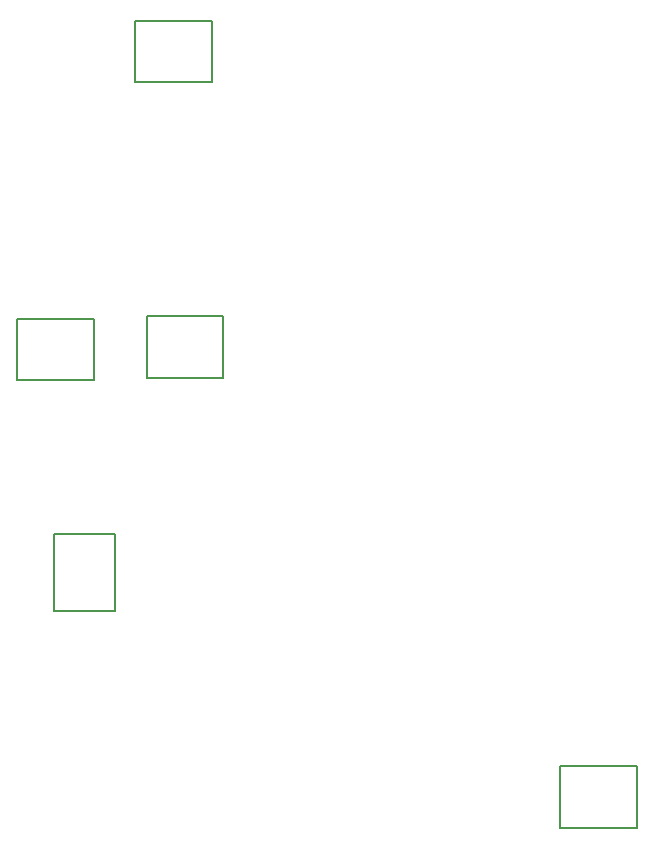
<source format=gbr>
G04*
G04 #@! TF.GenerationSoftware,Altium Limited,Altium Designer,23.9.2 (47)*
G04*
G04 Layer_Color=16711935*
%FSLAX44Y44*%
%MOMM*%
G71*
G04*
G04 #@! TF.SameCoordinates,DC7A7723-1311-43B5-9009-1713E082842B*
G04*
G04*
G04 #@! TF.FilePolarity,Positive*
G04*
G01*
G75*
%ADD11C,0.2000*%
D11*
X109000Y247500D02*
Y312500D01*
Y247500D02*
X161000D01*
Y312500D01*
X109000D02*
X161000D01*
X177500Y747000D02*
X242500D01*
X177500Y695000D02*
Y747000D01*
Y695000D02*
X242500D01*
Y747000D01*
X187500Y497000D02*
X252500D01*
X187500Y445000D02*
Y497000D01*
Y445000D02*
X252500D01*
Y497000D01*
X77500Y443000D02*
X142500D01*
Y495000D01*
X77500D02*
X142500D01*
X77500Y443000D02*
Y495000D01*
X537500Y64000D02*
Y116000D01*
X602500D01*
Y64000D02*
Y116000D01*
X537500Y64000D02*
X602500D01*
M02*

</source>
